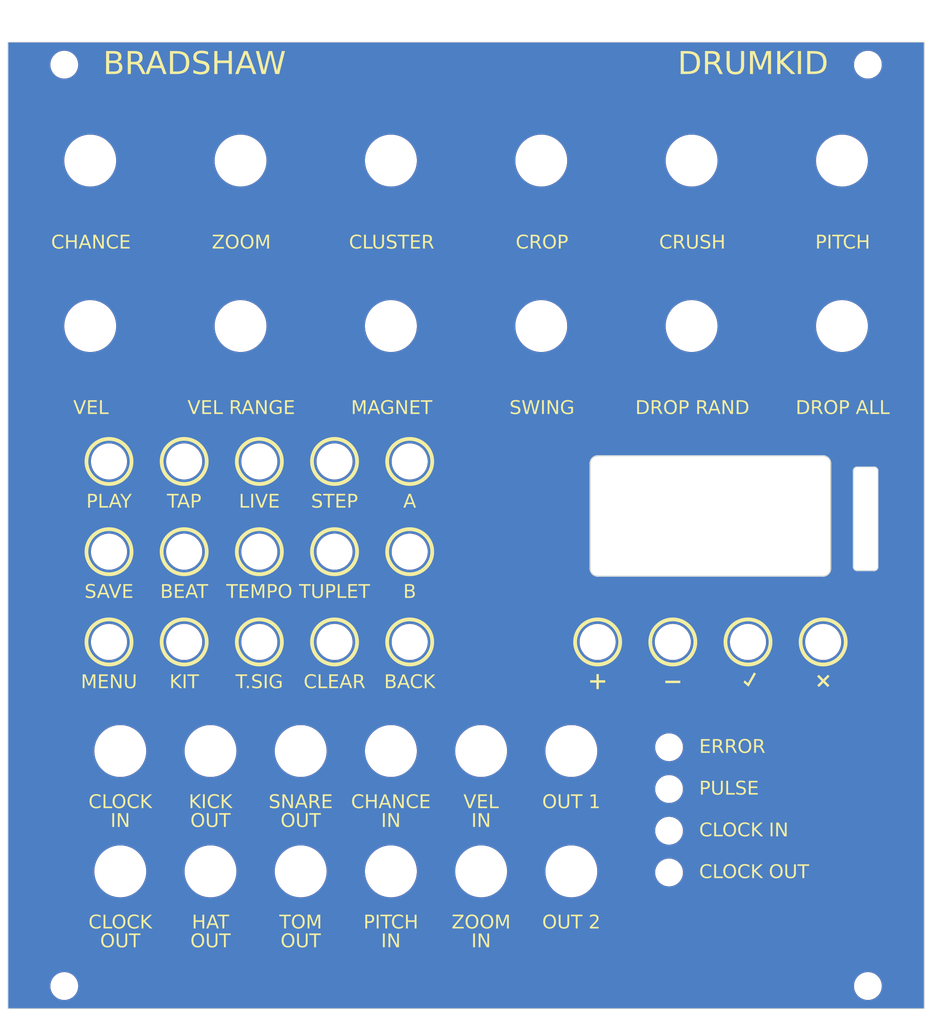
<source format=kicad_pcb>
(kicad_pcb (version 20241229) (generator "pcbnew") (generator_version "9.0")
  (layers (0 "F.Cu" signal) (2 "B.Cu" signal) (13 "F.Paste" user) (15 "B.Paste" user) (5 "F.SilkS" user "F.Silkscreen") (7 "B.SilkS" user "B.Silkscreen") (1 "F.Mask" user) (3 "B.Mask" user) (25 "Edge.Cuts" user))
  (net 0 "")
  (footprint "Panel:Button_Hole" (layer "F.Cu") (at 157.5 109.5)
    (property "Reference" "H37")
    (property "Value" "-")
    (fp_circle (center 0 0) (end 3 0) (stroke (width 0.5)) (fill no) (layer "F.SilkS"))
    (pad "" np_thru_hole circle (at 0 0) (size 4.3 4.3) (drill 4.3) (layers "*.Cu" "*.Mask"))
  )
  (footprint "Panel:MountingHole_3.2mm_M3" (layer "F.Cu") (at 183.45 155.25)
    (property "Reference" "H4")
    (property "Value" "RAIL")
    (pad "" np_thru_hole circle (at 0 0) (size 3.2 3.2) (drill 3.2) (layers "*.Cu" "*.Mask"))
  )
  (footprint "Panel:Output_Jack_Hole" (layer "F.Cu") (at 144 124)
    (property "Reference" "H14")
    (property "Value" "OUT 1")
    (fp_text user "${VALUE}" (at 0 7.9 0) (layer "F.SilkS") (effects (font (size 1.8 1.8)) (justify bottom)))
    (pad "" np_thru_hole circle (at 0 0) (size 6.4 6.4) (drill 6.4) (layers "*.Cu" "*.Mask"))
  )
  (footprint "Panel:Button_Hole" (layer "F.Cu") (at 122.5 109.5)
    (property "Reference" "H35")
    (property "Value" "BACK")
    (fp_circle (center 0 0) (end 3 0) (stroke (width 0.5)) (fill no) (layer "F.SilkS"))
    (fp_text user "${VALUE}" (at 0 6.45 0) (layer "F.SilkS") (effects (font (size 1.8 1.8)) (justify bottom)))
    (pad "" np_thru_hole circle (at 0 0) (size 4.3 4.3) (drill 4.3) (layers "*.Cu" "*.Mask"))
  )
  (footprint "Panel:Pot_Hole" (layer "F.Cu") (at 180 45.5)
    (property "Reference" "H45")
    (property "Value" "PITCH")
    (fp_text user "${VALUE}" (at 0.1 12 0) (layer "F.SilkS") (effects (font (size 1.8 1.8)) (justify bottom)))
    (pad "" np_thru_hole circle (at 0 0) (size 6.4 6.4) (drill 6.4) (layers "*.Cu" "*.Mask"))
  )
  (footprint "Panel:Pot_Hole" (layer "F.Cu") (at 100 45.5)
    (property "Reference" "H41")
    (property "Value" "ZOOM")
    (fp_text user "${VALUE}" (at 0.1 12 0) (layer "F.SilkS") (effects (font (size 1.8 1.8)) (justify bottom)))
    (pad "" np_thru_hole circle (at 0 0) (size 6.4 6.4) (drill 6.4) (layers "*.Cu" "*.Mask"))
  )
  (footprint "Panel:Input_Jack_Hole" (layer "F.Cu") (at 120 124)
    (property "Reference" "H12")
    (property "Value" "CHANCE")
    (fp_text user "${VALUE}" (at 0 7.9 0) (layer "F.SilkS") (effects (font (size 1.8 1.8)) (justify bottom)))
    (fp_text user "IN" (at 0 10.4 0) (layer "F.SilkS") (effects (font (size 1.8 1.8)) (justify bottom)))
    (pad "" np_thru_hole circle (at 0 0) (size 6.4 6.4) (drill 6.4) (layers "*.Cu" "*.Mask"))
  )
  (footprint "Panel:Output_Jack_Hole" (layer "F.Cu") (at 144 140)
    (property "Reference" "H20")
    (property "Value" "OUT 2")
    (fp_text user "${VALUE}" (at 0 7.9 0) (layer "F.SilkS") (effects (font (size 1.8 1.8)) (justify bottom)))
    (pad "" np_thru_hole circle (at 0 0) (size 6.4 6.4) (drill 6.4) (layers "*.Cu" "*.Mask"))
  )
  (footprint "Panel:Output_Jack_Hole" (layer "F.Cu") (at 96 140)
    (property "Reference" "H16")
    (property "Value" "HAT")
    (fp_text user "OUT" (at 0 10.4 0) (layer "F.SilkS") (effects (font (size 1.8 1.8)) (justify bottom)))
    (fp_text user "${VALUE}" (at 0 7.9 0) (layer "F.SilkS") (effects (font (size 1.8 1.8)) (justify bottom)))
    (pad "" np_thru_hole circle (at 0 0) (size 6.4 6.4) (drill 6.4) (layers "*.Cu" "*.Mask"))
  )
  (footprint "Panel:Button_Hole" (layer "F.Cu") (at 102.5 85.5)
    (property "Reference" "H23")
    (property "Value" "LIVE")
    (fp_circle (center 0 0) (end 3 0) (stroke (width 0.5)) (fill no) (layer "F.SilkS"))
    (fp_text user "${VALUE}" (at 0 6.45 0) (layer "F.SilkS") (effects (font (size 1.8 1.8)) (justify bottom)))
    (pad "" np_thru_hole circle (at 0 0) (size 4.3 4.3) (drill 4.3) (layers "*.Cu" "*.Mask"))
  )
  (footprint "Panel:Input_Jack_Hole" (layer "F.Cu") (at 120 140)
    (property "Reference" "H18")
    (property "Value" "PITCH")
    (fp_text user "IN" (at 0 10.4 0) (layer "F.SilkS") (effects (font (size 1.8 1.8)) (justify bottom)))
    (fp_text user "${VALUE}" (at 0 7.9 0) (layer "F.SilkS") (effects (font (size 1.8 1.8)) (justify bottom)))
    (pad "" np_thru_hole circle (at 0 0) (size 6.4 6.4) (drill 6.4) (layers "*.Cu" "*.Mask"))
  )
  (footprint "Panel:Pot_Hole" (layer "F.Cu") (at 120 45.5)
    (property "Reference" "H42")
    (property "Value" "CLUSTER")
    (fp_text user "${VALUE}" (at 0.1 12 0) (layer "F.SilkS") (effects (font (size 1.8 1.8)) (justify bottom)))
    (pad "" np_thru_hole circle (at 0 0) (size 6.4 6.4) (drill 6.4) (layers "*.Cu" "*.Mask"))
  )
  (footprint "Panel:LED_Hole" (layer "F.Cu") (at 157 134.6)
    (property "Reference" "H54")
    (property "Value" "CLOCK IN")
    (fp_text user "${VALUE}" (at 4 0 0) (layer "F.SilkS") (effects (font (size 1.8 1.8)) (justify left)))
    (pad "" np_thru_hole circle (at 0 0) (size 3.2 3.2) (drill 3.2) (layers "*.Cu" "*.Mask"))
  )
  (footprint "Panel:LED_Hole" (layer "F.Cu") (at 157 123.5)
    (property "Reference" "H52")
    (property "Value" "ERROR")
    (fp_text user "${VALUE}" (at 4 0 0) (layer "F.SilkS") (effects (font (size 1.8 1.8)) (justify left)))
    (pad "" np_thru_hole circle (at 0 0) (size 3.2 3.2) (drill 3.2) (layers "*.Cu" "*.Mask"))
  )
  (footprint "Panel:Input_Jack_Hole" (layer "F.Cu") (at 84 124)
    (property "Reference" "H9")
    (property "Value" "CLOCK")
    (fp_text user "IN" (at 0 10.4 0) (layer "F.SilkS") (effects (font (size 1.8 1.8)) (justify bottom)))
    (fp_text user "${VALUE}" (at 0 7.9 0) (layer "F.SilkS") (effects (font (size 1.8 1.8)) (justify bottom)))
    (pad "" np_thru_hole circle (at 0 0) (size 6.4 6.4) (drill 6.4) (layers "*.Cu" "*.Mask"))
  )
  (footprint "Panel:Button_Hole" (layer "F.Cu") (at 177.5 109.5)
    (property "Reference" "H39")
    (property "Value" "X")
    (fp_circle (center 0 0) (end 3 0) (stroke (width 0.5)) (fill no) (layer "F.SilkS"))
    (pad "" np_thru_hole circle (at 0 0) (size 4.3 4.3) (drill 4.3) (layers "*.Cu" "*.Mask"))
  )
  (footprint "Panel:Output_Jack_Hole" (layer "F.Cu") (at 108 140)
    (property "Reference" "H17")
    (property "Value" "TOM")
    (fp_text user "${VALUE}" (at 0 7.9 0) (layer "F.SilkS") (effects (font (size 1.8 1.8)) (justify bottom)))
    (fp_text user "OUT" (at 0 10.4 0) (layer "F.SilkS") (effects (font (size 1.8 1.8)) (justify bottom)))
    (pad "" np_thru_hole circle (at 0 0) (size 6.4 6.4) (drill 6.4) (layers "*.Cu" "*.Mask"))
  )
  (footprint "Panel:Pot_Hole" (layer "F.Cu") (at 80 67.5)
    (property "Reference" "H46")
    (property "Value" "VEL")
    (fp_text user "${VALUE}" (at 0.1 12 0) (layer "F.SilkS") (effects (font (size 1.8 1.8)) (justify bottom)))
    (pad "" np_thru_hole circle (at 0 0) (size 6.4 6.4) (drill 6.4) (layers "*.Cu" "*.Mask"))
  )
  (footprint "Panel:Pot_Hole" (layer "F.Cu") (at 100 67.5)
    (property "Reference" "H47")
    (property "Value" "VEL RANGE")
    (fp_text user "${VALUE}" (at 0.1 12 0) (layer "F.SilkS") (effects (font (size 1.8 1.8)) (justify bottom)))
    (pad "" np_thru_hole circle (at 0 0) (size 6.4 6.4) (drill 6.4) (layers "*.Cu" "*.Mask"))
  )
  (footprint "Panel:MountingHole_3.2mm_M3" (layer "F.Cu") (at 76.55 155.25)
    (property "Reference" "H3")
    (property "Value" "RAIL")
    (pad "" np_thru_hole circle (at 0 0) (size 3.2 3.2) (drill 3.2) (layers "*.Cu" "*.Mask"))
  )
  (footprint "Panel:Output_Jack_Hole" (layer "F.Cu") (at 108 124)
    (property "Reference" "H11")
    (property "Value" "SNARE")
    (fp_text user "${VALUE}" (at 0 7.9 0) (layer "F.SilkS") (effects (font (size 1.8 1.8)) (justify bottom)))
    (fp_text user "OUT" (at 0 10.4 0) (layer "F.SilkS") (effects (font (size 1.8 1.8)) (justify bottom)))
    (pad "" np_thru_hole circle (at 0 0) (size 6.4 6.4) (drill 6.4) (layers "*.Cu" "*.Mask"))
  )
  (footprint "Panel:Button_Hole" (layer "F.Cu") (at 167.5 109.5)
    (property "Reference" "H38")
    (property "Value" "YES")
    (fp_circle (center 0 0) (end 3 0) (stroke (width 0.5)) (fill no) (layer "F.SilkS"))
    (pad "" np_thru_hole circle (at 0 0) (size 4.3 4.3) (drill 4.3) (layers "*.Cu" "*.Mask"))
  )
  (footprint "Panel:Button_Hole" (layer "F.Cu") (at 102.5 109.5)
    (property "Reference" "H33")
    (property "Value" "T.SIG")
    (fp_circle (center 0 0) (end 3 0) (stroke (width 0.5)) (fill no) (layer "F.SilkS"))
    (fp_text user "${VALUE}" (at 0 6.45 0) (layer "F.SilkS") (effects (font (size 1.8 1.8)) (justify bottom)))
    (pad "" np_thru_hole circle (at 0 0) (size 4.3 4.3) (drill 4.3) (layers "*.Cu" "*.Mask"))
  )
  (footprint "Panel:Input_Jack_Hole" (layer "F.Cu") (at 132 140)
    (property "Reference" "H19")
    (property "Value" "ZOOM")
    (fp_text user "IN" (at 0 10.4 0) (layer "F.SilkS") (effects (font (size 1.8 1.8)) (justify bottom)))
    (fp_text user "${VALUE}" (at 0 7.9 0) (layer "F.SilkS") (effects (font (size 1.8 1.8)) (justify bottom)))
    (pad "" np_thru_hole circle (at 0 0) (size 6.4 6.4) (drill 6.4) (layers "*.Cu" "*.Mask"))
  )
  (footprint "Panel:Button_Hole" (layer "F.Cu") (at 82.5 109.5)
    (property "Reference" "H31")
    (property "Value" "MENU")
    (fp_circle (center 0 0) (end 3 0) (stroke (width 0.5)) (fill no) (layer "F.SilkS"))
    (fp_text user "${VALUE}" (at 0 6.45 0) (layer "F.SilkS") (effects (font (size 1.8 1.8)) (justify bottom)))
    (pad "" np_thru_hole circle (at 0 0) (size 4.3 4.3) (drill 4.3) (layers "*.Cu" "*.Mask"))
  )
  (footprint "Panel:Output_Jack_Hole" (layer "F.Cu") (at 84 140)
    (property "Reference" "H15")
    (property "Value" "CLOCK")
    (fp_text user "OUT" (at 0 10.4 0) (layer "F.SilkS") (effects (font (size 1.8 1.8)) (justify bottom)))
    (fp_text user "${VALUE}" (at 0 7.9 0) (layer "F.SilkS") (effects (font (size 1.8 1.8)) (justify bottom)))
    (pad "" np_thru_hole circle (at 0 0) (size 6.4 6.4) (drill 6.4) (layers "*.Cu" "*.Mask"))
  )
  (footprint "Panel:Button_Hole" (layer "F.Cu") (at 112.5 85.5)
    (property "Reference" "H24")
    (property "Value" "STEP")
    (fp_circle (center 0 0) (end 3 0) (stroke (width 0.5)) (fill no) (layer "F.SilkS"))
    (fp_text user "${VALUE}" (at 0 6.45 0) (layer "F.SilkS") (effects (font (size 1.8 1.8)) (justify bottom)))
    (pad "" np_thru_hole circle (at 0 0) (size 4.3 4.3) (drill 4.3) (layers "*.Cu" "*.Mask"))
  )
  (footprint "Panel:Pot_Hole" (layer "F.Cu") (at 120 67.5)
    (property "Reference" "H48")
    (property "Value" "MAGNET")
    (fp_text user "${VALUE}" (at 0.1 12 0) (layer "F.SilkS") (effects (font (size 1.8 1.8)) (justify bottom)))
    (pad "" np_thru_hole circle (at 0 0) (size 6.4 6.4) (drill 6.4) (layers "*.Cu" "*.Mask"))
  )
  (footprint "Panel:Pot_Hole" (layer "F.Cu") (at 80 45.5)
    (property "Reference" "H40")
    (property "Value" "CHANCE")
    (fp_text user "${VALUE}" (at 0.1 12 0) (layer "F.SilkS") (effects (font (size 1.8 1.8)) (justify bottom)))
    (pad "" np_thru_hole circle (at 0 0) (size 6.4 6.4) (drill 6.4) (layers "*.Cu" "*.Mask"))
  )
  (footprint "Panel:Button_Hole" (layer "F.Cu") (at 112.5 109.5)
    (property "Reference" "H34")
    (property "Value" "CLEAR")
    (fp_circle (center 0 0) (end 3 0) (stroke (width 0.5)) (fill no) (layer "F.SilkS"))
    (fp_text user "${VALUE}" (at 0 6.45 0) (layer "F.SilkS") (effects (font (size 1.8 1.8)) (justify bottom)))
    (pad "" np_thru_hole circle (at 0 0) (size 4.3 4.3) (drill 4.3) (layers "*.Cu" "*.Mask"))
  )
  (footprint "Panel:Button_Hole" (layer "F.Cu") (at 102.5 97.5)
    (property "Reference" "H28")
    (property "Value" "TEMPO")
    (fp_circle (center 0 0) (end 3 0) (stroke (width 0.5)) (fill no) (layer "F.SilkS"))
    (fp_text user "${VALUE}" (at 0 6.45 0) (layer "F.SilkS") (effects (font (size 1.8 1.8)) (justify bottom)))
    (pad "" np_thru_hole circle (at 0 0) (size 4.3 4.3) (drill 4.3) (layers "*.Cu" "*.Mask"))
  )
  (footprint "Panel:MountingHole_3.2mm_M3" (layer "F.Cu") (at 183.45 32.75)
    (property "Reference" "H2")
    (property "Value" "RAIL")
    (pad "" np_thru_hole circle (at 0 0) (size 3.2 3.2) (drill 3.2) (layers "*.Cu" "*.Mask"))
  )
  (footprint "Panel:Pot_Hole" (layer "F.Cu") (at 180 67.5)
    (property "Reference" "H51")
    (property "Value" "DROP ALL")
    (fp_text user "${VALUE}" (at 0.1 12 0) (layer "F.SilkS") (effects (font (size 1.8 1.8)) (justify bottom)))
    (pad "" np_thru_hole circle (at 0 0) (size 6.4 6.4) (drill 6.4) (layers "*.Cu" "*.Mask"))
  )
  (footprint "Panel:Button_Hole" (layer "F.Cu") (at 92.5 97.5)
    (property "Reference" "H27")
    (property "Value" "BEAT")
    (fp_circle (center 0 0) (end 3 0) (stroke (width 0.5)) (fill no) (layer "F.SilkS"))
    (fp_text user "${VALUE}" (at 0 6.45 0) (layer "F.SilkS") (effects (font (size 1.8 1.8)) (justify bottom)))
    (pad "" np_thru_hole circle (at 0 0) (size 4.3 4.3) (drill 4.3) (layers "*.Cu" "*.Mask"))
  )
  (footprint "Panel:Pot_Hole" (layer "F.Cu") (at 140 45.5)
    (property "Reference" "H43")
    (property "Value" "CROP")
    (fp_text user "${VALUE}" (at 0.1 12 0) (layer "F.SilkS") (effects (font (size 1.8 1.8)) (justify bottom)))
    (pad "" np_thru_hole circle (at 0 0) (size 6.4 6.4) (drill 6.4) (layers "*.Cu" "*.Mask"))
  )
  (footprint "Panel:Pot_Hole" (layer "F.Cu") (at 160 67.5)
    (property "Reference" "H50")
    (property "Value" "DROP RAND")
    (fp_text user "${VALUE}" (at 0.1 12 0) (layer "F.SilkS") (effects (font (size 1.8 1.8)) (justify bottom)))
    (pad "" np_thru_hole circle (at 0 0) (size 6.4 6.4) (drill 6.4) (layers "*.Cu" "*.Mask"))
  )
  (footprint "Panel:Button_Hole" (layer "F.Cu") (at 122.5 85.5)
    (property "Reference" "H25")
    (property "Value" "A")
    (fp_circle (center 0 0) (end 3 0) (stroke (width 0.5)) (fill no) (layer "F.SilkS"))
    (fp_text user "${VALUE}" (at 0 6.45 0) (layer "F.SilkS") (effects (font (size 1.8 1.8)) (justify bottom)))
    (pad "" np_thru_hole circle (at 0 0) (size 4.3 4.3) (drill 4.3) (layers "*.Cu" "*.Mask"))
  )
  (footprint "Panel:LED_Hole" (layer "F.Cu") (at 157 129.05)
    (property "Reference" "H53")
    (property "Value" "PULSE")
    (fp_text user "${VALUE}" (at 4 0 0) (layer "F.SilkS") (effects (font (size 1.8 1.8)) (justify left)))
    (pad "" np_thru_hole circle (at 0 0) (size 3.2 3.2) (drill 3.2) (layers "*.Cu" "*.Mask"))
  )
  (footprint "Panel:Output_Jack_Hole" (layer "F.Cu") (at 96 124)
    (property "Reference" "H10")
    (property "Value" "KICK")
    (fp_text user "${VALUE}" (at 0 7.9 0) (layer "F.SilkS") (effects (font (size 1.8 1.8)) (justify bottom)))
    (fp_text user "OUT" (at 0 10.4 0) (layer "F.SilkS") (effects (font (size 1.8 1.8)) (justify bottom)))
    (pad "" np_thru_hole circle (at 0 0) (size 6.4 6.4) (drill 6.4) (layers "*.Cu" "*.Mask"))
  )
  (footprint "Panel:Button_Hole" (layer "F.Cu") (at 92.5 109.5)
    (property "Reference" "H32")
    (property "Value" "KIT")
    (fp_circle (center 0 0) (end 3 0) (stroke (width 0.5)) (fill no) (layer "F.SilkS"))
    (fp_text user "${VALUE}" (at 0 6.45 0) (layer "F.SilkS") (effects (font (size 1.8 1.8)) (justify bottom)))
    (pad "" np_thru_hole circle (at 0 0) (size 4.3 4.3) (drill 4.3) (layers "*.Cu" "*.Mask"))
  )
  (footprint "Panel:Button_Hole" (layer "F.Cu") (at 82.5 97.5)
    (property "Reference" "H26")
    (property "Value" "SAVE")
    (fp_circle (center 0 0) (end 3 0) (stroke (width 0.5)) (fill no) (layer "F.SilkS"))
    (fp_text user "${VALUE}" (at 0 6.45 0) (layer "F.SilkS") (effects (font (size 1.8 1.8)) (justify bottom)))
    (pad "" np_thru_hole circle (at 0 0) (size 4.3 4.3) (drill 4.3) (layers "*.Cu" "*.Mask"))
  )
  (footprint "Panel:Input_Jack_Hole" (layer "F.Cu") (at 132 124)
    (property "Reference" "H13")
    (property "Value" "VEL")
    (fp_text user "IN" (at 0 10.4 0) (layer "F.SilkS") (effects (font (size 1.8 1.8)) (justify bottom)))
    (fp_text user "${VALUE}" (at 0 7.9 0) (layer "F.SilkS") (effects (font (size 1.8 1.8)) (justify bottom)))
    (pad "" np_thru_hole circle (at 0 0) (size 6.4 6.4) (drill 6.4) (layers "*.Cu" "*.Mask"))
  )
  (footprint "Panel:Button_Hole" (layer "F.Cu") (at 82.5 85.5)
    (property "Reference" "H21")
    (property "Value" "PLAY")
    (fp_circle (center 0 0) (end 3 0) (stroke (width 0.5)) (fill no) (layer "F.SilkS"))
    (fp_text user "${VALUE}" (at 0 6.45 0) (layer "F.SilkS") (effects (font (size 1.8 1.8)) (justify bottom)))
    (pad "" np_thru_hole circle (at 0 0) (size 4.3 4.3) (drill 4.3) (layers "*.Cu" "*.Mask"))
  )
  (footprint "Panel:Button_Hole" (layer "F.Cu") (at 122.5 97.5)
    (property "Reference" "H30")
    (property "Value" "B")
    (fp_circle (center 0 0) (end 3 0) (stroke (width 0.5)) (fill no) (layer "F.SilkS"))
    (fp_text user "${VALUE}" (at 0 6.45 0) (layer "F.SilkS") (effects (font (size 1.8 1.8)) (justify bottom)))
    (pad "" np_thru_hole circle (at 0 0) (size 4.3 4.3) (drill 4.3) (layers "*.Cu" "*.Mask"))
  )
  (footprint "Panel:MountingHole_3.2mm_M3" (layer "F.Cu") (at 76.55 32.75)
    (property "Reference" "H1")
    (property "Value" "RAIL")
    (pad "" np_thru_hole circle (at 0 0) (size 3.2 3.2) (drill 3.2) (layers "*.Cu" "*.Mask"))
  )
  (footprint "Panel:Button_Hole" (layer "F.Cu") (at 92.5 85.5)
    (property "Reference" "H22")
    (property "Value" "TAP")
    (fp_circle (center 0 0) (end 3 0) (stroke (width 0.5)) (fill no) (layer "F.SilkS"))
    (fp_text user "${VALUE}" (at 0 6.45 0) (layer "F.SilkS") (effects (font (size 1.8 1.8)) (justify bottom)))
    (pad "" np_thru_hole circle (at 0 0) (size 4.3 4.3) (drill 4.3) (layers "*.Cu" "*.Mask"))
  )
  (footprint "Panel:LED_Hole" (layer "F.Cu") (at 157 140.15)
    (property "Reference" "H55")
    (property "Value" "CLOCK OUT")
    (fp_text user "${VALUE}" (at 4 0 0) (layer "F.SilkS") (effects (font (size 1.8 1.8)) (justify left)))
    (pad "" np_thru_hole circle (at 0 0) (size 3.2 3.2) (drill 3.2) (layers "*.Cu" "*.Mask"))
  )
  (footprint "Panel:Button_Hole" (layer "F.Cu") (at 147.5 109.5)
    (property "Reference" "H36")
    (property "Value" "+")
    (fp_circle (center 0 0) (end 3 0) (stroke (width 0.5)) (fill no) (layer "F.SilkS"))
    (pad "" np_thru_hole circle (at 0 0) (size 4.3 4.3) (drill 4.3) (layers "*.Cu" "*.Mask"))
  )
  (footprint "Panel:Pot_Hole" (layer "F.Cu") (at 140 67.5)
    (property "Reference" "H49")
    (property "Value" "SWING")
    (fp_text user "${VALUE}" (at 0.1 12 0) (layer "F.SilkS") (effects (font (size 1.8 1.8)) (justify bottom)))
    (pad "" np_thru_hole circle (at 0 0) (size 6.4 6.4) (drill 6.4) (layers "*.Cu" "*.Mask"))
  )
  (footprint "Panel:Pot_Hole" (layer "F.Cu") (at 160 45.5)
    (property "Reference" "H44")
    (property "Value" "CRUSH")
    (fp_text user "${VALUE}" (at 0.1 12 0) (layer "F.SilkS") (effects (font (size 1.8 1.8)) (justify bottom)))
    (pad "" np_thru_hole circle (at 0 0) (size 6.4 6.4) (drill 6.4) (layers "*.Cu" "*.Mask"))
  )
  (footprint "Panel:Button_Hole" (layer "F.Cu") (at 112.5 97.5)
    (property "Reference" "H29")
    (property "Value" "TUPLET")
    (fp_circle (center 0 0) (end 3 0) (stroke (width 0.5)) (fill no) (layer "F.SilkS"))
    (fp_text user "${VALUE}" (at 0 6.45 0) (layer "F.SilkS") (effects (font (size 1.8 1.8)) (justify bottom)))
    (pad "" np_thru_hole circle (at 0 0) (size 4.3 4.3) (drill 4.3) (layers "*.Cu" "*.Mask"))
  )
  (gr_rect (start 156.5 114.65) (end 158.5 114.97) (fill yes) (layer "F.SilkS"))
  (gr_poly (pts (xy 167.571126 115.443359) (xy 166.899074 114.883357) (xy 167.059076 114.60623) (xy 167.731125 115.166232)) (fill yes) (layer "F.SilkS"))
  (gr_poly (pts (xy 176.937147 115.495428) (xy 176.710873 115.269154) (xy 178.125088 113.85494) (xy 178.35136 114.081214)) (fill yes) (layer "F.SilkS"))
  (gr_rect (start 146.51 114.59) (end 148.51 114.91) (fill yes) (layer "F.SilkS"))
  (gr_poly (pts (xy 167.34 115.25) (xy 168.295841 113.547397) (xy 168.56 113.73) (xy 167.572967 115.439447)) (fill yes) (layer "F.SilkS"))
  (gr_rect (start 147.34 113.77) (end 147.66 115.77) (fill yes) (layer "F.SilkS"))
  (gr_poly (pts (xy 178.103873 115.5025) (xy 176.68966 114.088286) (xy 176.915935 113.862012) (xy 178.330149 115.276226)) (fill yes) (layer "F.SilkS"))
  (gr_line (start 146.5 99.749998) (end 146.5 85.749998) (stroke (width 0.15)) (layer "Edge.Cuts"))
  (gr_arc (start 184.8 99.53) (mid 184.653553 99.883553) (end 184.3 100.03) (stroke (width 0.1)) (layer "Edge.Cuts"))
  (gr_arc (start 181.5 86.73) (mid 181.646447 86.376447) (end 182 86.23) (stroke (width 0.1)) (layer "Edge.Cuts"))
  (gr_line (start 177.5 100.749998) (end 147.5 100.749998) (stroke (width 0.15)) (layer "Edge.Cuts"))
  (gr_line (start 184.8 86.73) (end 184.8 99.53) (stroke (width 0.1)) (layer "Edge.Cuts"))
  (gr_arc (start 147.5 100.749998) (mid 146.792894 100.457105) (end 146.5 99.749998) (stroke (width 0.15)) (layer "Edge.Cuts"))
  (gr_line (start 182 86.23) (end 184.3 86.23) (stroke (width 0.1)) (layer "Edge.Cuts"))
  (gr_line (start 178.5 85.749998) (end 178.5 99.749998) (stroke (width 0.15)) (layer "Edge.Cuts"))
  (gr_arc (start 178.5 99.749998) (mid 178.207107 100.457106) (end 177.5 100.749998) (stroke (width 0.15)) (layer "Edge.Cuts"))
  (gr_arc (start 177.5 84.749998) (mid 178.207107 85.042891) (end 178.5 85.749998) (stroke (width 0.15)) (layer "Edge.Cuts"))
  (gr_line (start 147.5 84.749998) (end 177.5 84.749998) (stroke (width 0.15)) (layer "Edge.Cuts"))
  (gr_arc (start 184.3 86.23) (mid 184.653553 86.376447) (end 184.8 86.73) (stroke (width 0.1)) (layer "Edge.Cuts"))
  (gr_line (start 181.5 99.53) (end 181.5 86.73) (stroke (width 0.1)) (layer "Edge.Cuts"))
  (gr_line (start 184.3 100.03) (end 182 100.03) (stroke (width 0.1)) (layer "Edge.Cuts"))
  (gr_arc (start 146.5 85.749998) (mid 146.792894 85.042893) (end 147.5 84.749998) (stroke (width 0.15)) (layer "Edge.Cuts"))
  (gr_rect (start 69.05 29.75) (end 190.95 158.25) (stroke (width 0.1)) (fill no) (layer "Edge.Cuts"))
  (gr_arc (start 182 100.03) (mid 181.646447 99.883553) (end 181.5 99.53) (stroke (width 0.1)) (layer "Edge.Cuts"))
  (gr_text "DRUMKID" (at 178.2 32.75 0) (layer "F.SilkS") (effects (font (size 3 3) (thickness 0.1875)) (justify right)))
  (gr_text "BRADSHAW" (at 81.7 32.75 0) (layer "F.SilkS") (effects (font (size 3 3) (thickness 0.1875)) (justify left)))
  (zone (net 0) (net_name "") (layers "F.Cu" "B.Cu") (connect_pads (clearance 0.5)) (min_thickness 0.25) (fill yes (thermal_gap 0.5) (thermal_bridge_width 0.5) (island_removal_mode 1) (island_area_min 10))
    (polygon (pts (xy 192 29) (xy 192 159) (xy 68 159) (xy 68 29)))
  )
)
</source>
